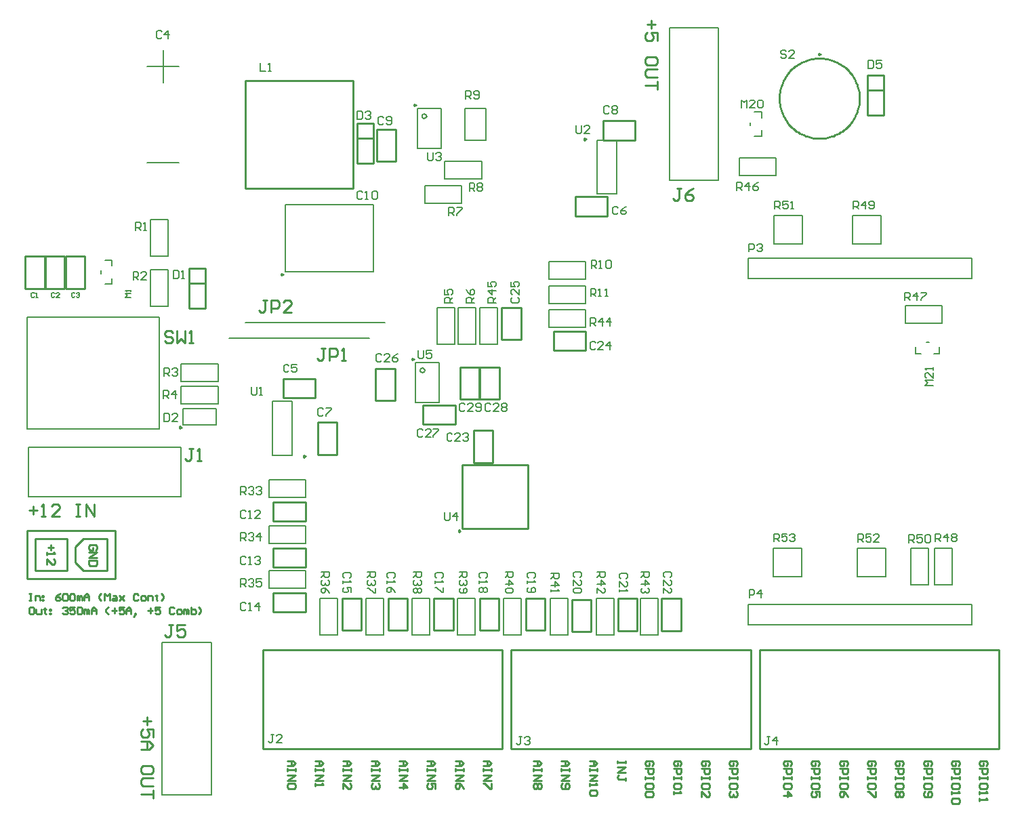
<source format=gto>
G04*
G04 #@! TF.GenerationSoftware,Altium Limited,Altium Designer,20.2.6 (244)*
G04*
G04 Layer_Color=65535*
%FSLAX25Y25*%
%MOIN*%
G70*
G04*
G04 #@! TF.SameCoordinates,C2834271-33A1-44EC-96ED-C6C83E4A5B3B*
G04*
G04*
G04 #@! TF.FilePolarity,Positive*
G04*
G01*
G75*
%ADD10C,0.00984*%
%ADD11C,0.01000*%
%ADD12C,0.00787*%
D10*
X144783Y174311D02*
X144045Y174737D01*
Y173885D01*
X144783Y174311D01*
X282776Y330315D02*
X282037Y330741D01*
Y329889D01*
X282776Y330315D01*
X133760Y263779D02*
X133022Y264206D01*
Y263353D01*
X133760Y263779D01*
X398130Y372047D02*
X397392Y372473D01*
Y371621D01*
X398130Y372047D01*
X83760Y188583D02*
X83022Y189009D01*
Y188156D01*
X83760Y188583D01*
X199114Y347047D02*
X198376Y347474D01*
Y346621D01*
X199114Y347047D01*
X198130Y222047D02*
X197392Y222473D01*
Y221621D01*
X198130Y222047D01*
X220965Y137598D02*
X220226Y138025D01*
Y137172D01*
X220965Y137598D01*
D11*
X417323Y350394D02*
X417298Y351391D01*
X417222Y352385D01*
X417096Y353375D01*
X416920Y354356D01*
X416694Y355328D01*
X416420Y356287D01*
X416097Y357230D01*
X415728Y358157D01*
X415311Y359063D01*
X414849Y359947D01*
X414343Y360806D01*
X413795Y361639D01*
X413204Y362443D01*
X412574Y363216D01*
X411905Y363956D01*
X411200Y364661D01*
X410460Y365330D01*
X409687Y365960D01*
X408883Y366550D01*
X408050Y367099D01*
X407191Y367605D01*
X406307Y368067D01*
X405401Y368483D01*
X404474Y368853D01*
X403531Y369176D01*
X402572Y369450D01*
X401600Y369676D01*
X400619Y369852D01*
X399629Y369978D01*
X398635Y370054D01*
X397638Y370079D01*
X396641Y370054D01*
X395646Y369978D01*
X394657Y369852D01*
X393675Y369676D01*
X392704Y369450D01*
X391745Y369176D01*
X390801Y368853D01*
X389875Y368483D01*
X388969Y368067D01*
X388085Y367605D01*
X387225Y367099D01*
X386392Y366550D01*
X385589Y365960D01*
X384816Y365330D01*
X384075Y364661D01*
X383370Y363956D01*
X382702Y363216D01*
X382071Y362443D01*
X381481Y361639D01*
X380932Y360806D01*
X380426Y359947D01*
X379964Y359063D01*
X379548Y358157D01*
X379178Y357230D01*
X378855Y356287D01*
X378581Y355328D01*
X378356Y354356D01*
X378180Y353375D01*
X378054Y352385D01*
X377978Y351391D01*
X377953Y350394D01*
X377978Y349397D01*
X378054Y348402D01*
X378180Y347413D01*
X378356Y346431D01*
X378581Y345460D01*
X378855Y344501D01*
X379178Y343557D01*
X379548Y342631D01*
X379964Y341724D01*
X380426Y340841D01*
X380932Y339981D01*
X381481Y339148D01*
X382071Y338344D01*
X382702Y337571D01*
X383370Y336831D01*
X384075Y336126D01*
X384816Y335457D01*
X385589Y334827D01*
X386392Y334237D01*
X387225Y333688D01*
X388085Y333182D01*
X388969Y332720D01*
X389875Y332304D01*
X390801Y331934D01*
X391745Y331611D01*
X392704Y331337D01*
X393675Y331112D01*
X394657Y330936D01*
X395646Y330810D01*
X396641Y330734D01*
X397638Y330709D01*
X398635Y330734D01*
X399629Y330810D01*
X400619Y330936D01*
X401600Y331112D01*
X402572Y331337D01*
X403531Y331611D01*
X404475Y331934D01*
X405401Y332304D01*
X406307Y332720D01*
X407191Y333182D01*
X408050Y333688D01*
X408883Y334237D01*
X409687Y334827D01*
X410460Y335458D01*
X411200Y336126D01*
X411905Y336831D01*
X412574Y337572D01*
X413204Y338344D01*
X413795Y339148D01*
X414343Y339981D01*
X414849Y340841D01*
X415311Y341725D01*
X415728Y342631D01*
X416097Y343557D01*
X416420Y344501D01*
X416694Y345460D01*
X416920Y346431D01*
X417096Y347413D01*
X417222Y348402D01*
X417298Y349397D01*
X417323Y350394D01*
X115157Y306102D02*
X168307D01*
X115157D02*
Y359252D01*
X168307D01*
Y306102D02*
Y359252D01*
X230315Y202362D02*
Y218110D01*
X220866Y202362D02*
X230315D01*
X220866D02*
Y218110D01*
X230315D01*
X240158Y202362D02*
Y218110D01*
X230709Y202362D02*
X240158D01*
X230709D02*
Y218110D01*
X240158D01*
X485827Y30315D02*
Y79134D01*
X368110Y30315D02*
X485827D01*
X368110D02*
Y79134D01*
X485827D01*
X241732Y30315D02*
Y79134D01*
X124016Y30315D02*
X241732D01*
X124016D02*
Y79134D01*
X241732D01*
X363779Y30315D02*
Y79134D01*
X246063Y30315D02*
X363779D01*
X246063D02*
Y79134D01*
X363779D01*
X31496Y129921D02*
X35433Y133858D01*
X47244D01*
Y118110D02*
Y133858D01*
X35433Y118110D02*
X47244D01*
X31496Y122047D02*
X35433Y118110D01*
X31496Y122047D02*
Y129921D01*
X11811Y133858D02*
X27559D01*
Y118110D02*
Y133858D01*
X11811Y118110D02*
X27559D01*
X11811D02*
Y133858D01*
X7874Y137795D02*
X51181D01*
Y114173D02*
Y137795D01*
X7874Y114173D02*
X51181D01*
X7874D02*
Y137795D01*
X16929Y256890D02*
Y272638D01*
X26378D01*
Y256890D02*
Y272638D01*
X16929Y256890D02*
X26378D01*
X133858Y212402D02*
X149606D01*
Y202953D02*
Y212402D01*
X133858Y202953D02*
X149606D01*
X133858D02*
Y212402D01*
X277559Y292520D02*
X293307D01*
X277559D02*
Y301969D01*
X293307D01*
Y292520D02*
Y301969D01*
X150787Y175197D02*
Y190945D01*
X160236D01*
Y175197D02*
Y190945D01*
X150787Y175197D02*
X160236D01*
X291339Y339370D02*
X307087D01*
Y329921D02*
Y339370D01*
X291339Y329921D02*
X307087D01*
X291339D02*
Y339370D01*
X129027Y151829D02*
X144776D01*
Y142380D02*
Y151829D01*
X129027Y142380D02*
X144776D01*
X129027D02*
Y151829D01*
Y129258D02*
X144776D01*
Y119809D02*
Y129258D01*
X129027Y119809D02*
X144776D01*
X129027D02*
Y129258D01*
Y107087D02*
X144776D01*
Y97638D02*
Y107087D01*
X129027Y97638D02*
X144776D01*
X129027D02*
Y107087D01*
X162865Y88673D02*
Y104421D01*
X172314D01*
Y88673D02*
Y104421D01*
X162865Y88673D02*
X172314D01*
X185436Y88673D02*
Y104421D01*
X194885D01*
Y88673D02*
Y104421D01*
X185436Y88673D02*
X194885D01*
X208007D02*
Y104421D01*
X217456D01*
Y88673D02*
Y104421D01*
X208007Y88673D02*
X217456D01*
X230578Y88673D02*
Y104421D01*
X240027D01*
Y88673D02*
Y104421D01*
X230578Y88673D02*
X240027D01*
X253150Y88673D02*
Y104421D01*
X262598D01*
Y88673D02*
Y104421D01*
X253150Y88673D02*
X262598D01*
X275787Y88189D02*
Y103937D01*
X285236D01*
Y88189D02*
Y103937D01*
X275787Y88189D02*
X285236D01*
X298425Y88583D02*
Y104331D01*
X307874D01*
Y88583D02*
Y104331D01*
X298425Y88583D02*
X307874D01*
X320079D02*
Y104331D01*
X329527D01*
Y88583D02*
Y104331D01*
X320079Y88583D02*
X329527D01*
X227559Y171260D02*
Y187008D01*
X237008D01*
Y171260D02*
Y187008D01*
X227559Y171260D02*
X237008D01*
X266823Y226378D02*
X282571D01*
X266823D02*
Y235827D01*
X282571D01*
Y226378D02*
Y235827D01*
X250787Y231693D02*
Y247441D01*
X241339Y231693D02*
X250787D01*
X241339D02*
Y247441D01*
X250787D01*
X179331Y201772D02*
Y217520D01*
X188779D01*
Y201772D02*
Y217520D01*
X179331Y201772D02*
X188779D01*
X202756Y199606D02*
X218504D01*
Y190157D02*
Y199606D01*
X202756Y190157D02*
X218504D01*
X202756D02*
Y199606D01*
X7087Y256890D02*
Y272638D01*
X16535D01*
Y256890D02*
Y272638D01*
X7087Y256890D02*
X16535D01*
X26772D02*
Y272638D01*
X36220D01*
Y256890D02*
Y272638D01*
X26772Y256890D02*
X36220D01*
X179921Y319291D02*
Y335039D01*
X189370D01*
Y319291D02*
Y335039D01*
X179921Y319291D02*
X189370D01*
X87992Y259449D02*
X95079D01*
X87598Y266929D02*
X95472D01*
Y247244D02*
Y266929D01*
X87598Y247244D02*
X95472D01*
X87598D02*
Y266929D01*
X170669Y330709D02*
X177756D01*
X170276Y338189D02*
X178150D01*
Y318504D02*
Y338189D01*
X170276Y318504D02*
X178150D01*
X170276D02*
Y338189D01*
X421654Y354331D02*
X428740D01*
X421260Y361811D02*
X429134D01*
Y342126D02*
Y361811D01*
X421260Y342126D02*
X429134D01*
X421260D02*
Y361811D01*
X222047Y138779D02*
X254331D01*
Y170276D01*
X222047D02*
X254331D01*
X222047Y138779D02*
Y170276D01*
X8874Y106862D02*
X10055D01*
X9464D01*
Y103320D01*
X8874D01*
X10055D01*
X11826D02*
Y105681D01*
X13597D01*
X14187Y105091D01*
Y103320D01*
X15368Y105681D02*
X15958D01*
Y105091D01*
X15368D01*
Y105681D01*
Y103910D02*
X15958D01*
Y103320D01*
X15368D01*
Y103910D01*
X24223Y106862D02*
X23043Y106271D01*
X21862Y105091D01*
Y103910D01*
X22452Y103320D01*
X23633D01*
X24223Y103910D01*
Y104500D01*
X23633Y105091D01*
X21862D01*
X25404Y106271D02*
X25995Y106862D01*
X27175D01*
X27766Y106271D01*
Y103910D01*
X27175Y103320D01*
X25995D01*
X25404Y103910D01*
Y106271D01*
X28946D02*
X29537Y106862D01*
X30717D01*
X31308Y106271D01*
Y103910D01*
X30717Y103320D01*
X29537D01*
X28946Y103910D01*
Y106271D01*
X32488Y103320D02*
Y105681D01*
X33079D01*
X33669Y105091D01*
Y103320D01*
Y105091D01*
X34260Y105681D01*
X34850Y105091D01*
Y103320D01*
X36031D02*
Y105681D01*
X37211Y106862D01*
X38392Y105681D01*
Y103320D01*
Y105091D01*
X36031D01*
X44296Y103320D02*
X43115Y104500D01*
Y105681D01*
X44296Y106862D01*
X46067Y103320D02*
Y106862D01*
X47247Y105681D01*
X48428Y106862D01*
Y103320D01*
X50199Y105681D02*
X51380D01*
X51970Y105091D01*
Y103320D01*
X50199D01*
X49609Y103910D01*
X50199Y104500D01*
X51970D01*
X53151Y105681D02*
X55512Y103320D01*
X54332Y104500D01*
X55512Y105681D01*
X53151Y103320D01*
X62597Y106271D02*
X62006Y106862D01*
X60826D01*
X60235Y106271D01*
Y103910D01*
X60826Y103320D01*
X62006D01*
X62597Y103910D01*
X64368Y103320D02*
X65549D01*
X66139Y103910D01*
Y105091D01*
X65549Y105681D01*
X64368D01*
X63778Y105091D01*
Y103910D01*
X64368Y103320D01*
X67320D02*
Y105681D01*
X69091D01*
X69681Y105091D01*
Y103320D01*
X71452Y106271D02*
Y105681D01*
X70862D01*
X72043D01*
X71452D01*
Y103910D01*
X72043Y103320D01*
X73814D02*
X74994Y104500D01*
Y105681D01*
X73814Y106862D01*
X10645Y100211D02*
X9464D01*
X8874Y99621D01*
Y97259D01*
X9464Y96669D01*
X10645D01*
X11236Y97259D01*
Y99621D01*
X10645Y100211D01*
X12416Y99030D02*
Y97259D01*
X13006Y96669D01*
X14778D01*
Y99030D01*
X16549Y99621D02*
Y99030D01*
X15958D01*
X17139D01*
X16549D01*
Y97259D01*
X17139Y96669D01*
X18910Y99030D02*
X19500D01*
Y98440D01*
X18910D01*
Y99030D01*
Y97259D02*
X19500D01*
Y96669D01*
X18910D01*
Y97259D01*
X25404Y99621D02*
X25995Y100211D01*
X27175D01*
X27766Y99621D01*
Y99030D01*
X27175Y98440D01*
X26585D01*
X27175D01*
X27766Y97850D01*
Y97259D01*
X27175Y96669D01*
X25995D01*
X25404Y97259D01*
X31308Y100211D02*
X28946D01*
Y98440D01*
X30127Y99030D01*
X30717D01*
X31308Y98440D01*
Y97259D01*
X30717Y96669D01*
X29537D01*
X28946Y97259D01*
X32488Y99621D02*
X33079Y100211D01*
X34260D01*
X34850Y99621D01*
Y97259D01*
X34260Y96669D01*
X33079D01*
X32488Y97259D01*
Y99621D01*
X36031Y96669D02*
Y99030D01*
X36621D01*
X37211Y98440D01*
Y96669D01*
Y98440D01*
X37802Y99030D01*
X38392Y98440D01*
Y96669D01*
X39573D02*
Y99030D01*
X40753Y100211D01*
X41934Y99030D01*
Y96669D01*
Y98440D01*
X39573D01*
X47838Y96669D02*
X46657Y97850D01*
Y99030D01*
X47838Y100211D01*
X49609Y98440D02*
X51970D01*
X50790Y99621D02*
Y97259D01*
X55512Y100211D02*
X53151D01*
Y98440D01*
X54332Y99030D01*
X54922D01*
X55512Y98440D01*
Y97259D01*
X54922Y96669D01*
X53741D01*
X53151Y97259D01*
X56693Y96669D02*
Y99030D01*
X57874Y100211D01*
X59055Y99030D01*
Y96669D01*
Y98440D01*
X56693D01*
X60826Y96078D02*
X61416Y96669D01*
Y97259D01*
X60826D01*
Y96669D01*
X61416D01*
X60826Y96078D01*
X60235Y95488D01*
X67320Y98440D02*
X69681D01*
X68500Y99621D02*
Y97259D01*
X73223Y100211D02*
X70862D01*
Y98440D01*
X72043Y99030D01*
X72633D01*
X73223Y98440D01*
Y97259D01*
X72633Y96669D01*
X71452D01*
X70862Y97259D01*
X80308Y99621D02*
X79717Y100211D01*
X78536D01*
X77946Y99621D01*
Y97259D01*
X78536Y96669D01*
X79717D01*
X80308Y97259D01*
X82079Y96669D02*
X83259D01*
X83850Y97259D01*
Y98440D01*
X83259Y99030D01*
X82079D01*
X81488Y98440D01*
Y97259D01*
X82079Y96669D01*
X85031D02*
Y99030D01*
X85621D01*
X86211Y98440D01*
Y96669D01*
Y98440D01*
X86801Y99030D01*
X87392Y98440D01*
Y96669D01*
X88573Y100211D02*
Y96669D01*
X90344D01*
X90934Y97259D01*
Y97850D01*
Y98440D01*
X90344Y99030D01*
X88573D01*
X92115Y96669D02*
X93296Y97850D01*
Y99030D01*
X92115Y100211D01*
X383217Y21967D02*
X383873Y22623D01*
Y23935D01*
X383217Y24590D01*
X380593D01*
X379937Y23935D01*
Y22623D01*
X380593Y21967D01*
X381905D01*
Y23279D01*
X379937Y20655D02*
X383873D01*
Y18687D01*
X383217Y18031D01*
X381905D01*
X381249Y18687D01*
Y20655D01*
X383873Y16719D02*
Y15407D01*
Y16063D01*
X379937D01*
Y16719D01*
Y15407D01*
X383873Y11471D02*
Y12783D01*
X383217Y13439D01*
X380593D01*
X379937Y12783D01*
Y11471D01*
X380593Y10815D01*
X383217D01*
X383873Y11471D01*
X379937Y7536D02*
X383873D01*
X381905Y9504D01*
Y6880D01*
X396996Y21967D02*
X397652Y22623D01*
Y23935D01*
X396996Y24590D01*
X394373D01*
X393717Y23935D01*
Y22623D01*
X394373Y21967D01*
X395684D01*
Y23279D01*
X393717Y20655D02*
X397652D01*
Y18687D01*
X396996Y18031D01*
X395684D01*
X395028Y18687D01*
Y20655D01*
X397652Y16719D02*
Y15407D01*
Y16063D01*
X393717D01*
Y16719D01*
Y15407D01*
X397652Y11471D02*
Y12783D01*
X396996Y13439D01*
X394373D01*
X393717Y12783D01*
Y11471D01*
X394373Y10815D01*
X396996D01*
X397652Y11471D01*
Y6880D02*
Y9504D01*
X395684D01*
X396340Y8192D01*
Y7536D01*
X395684Y6880D01*
X394373D01*
X393717Y7536D01*
Y8848D01*
X394373Y9504D01*
X410776Y21967D02*
X411432Y22623D01*
Y23935D01*
X410776Y24590D01*
X408152D01*
X407496Y23935D01*
Y22623D01*
X408152Y21967D01*
X409464D01*
Y23279D01*
X407496Y20655D02*
X411432D01*
Y18687D01*
X410776Y18031D01*
X409464D01*
X408808Y18687D01*
Y20655D01*
X411432Y16719D02*
Y15407D01*
Y16063D01*
X407496D01*
Y16719D01*
Y15407D01*
X411432Y11471D02*
Y12783D01*
X410776Y13439D01*
X408152D01*
X407496Y12783D01*
Y11471D01*
X408152Y10815D01*
X410776D01*
X411432Y11471D01*
Y6880D02*
X410776Y8192D01*
X409464Y9504D01*
X408152D01*
X407496Y8848D01*
Y7536D01*
X408152Y6880D01*
X408808D01*
X409464Y7536D01*
Y9504D01*
X424555Y21967D02*
X425211Y22623D01*
Y23935D01*
X424555Y24590D01*
X421932D01*
X421276Y23935D01*
Y22623D01*
X421932Y21967D01*
X423244D01*
Y23279D01*
X421276Y20655D02*
X425211D01*
Y18687D01*
X424555Y18031D01*
X423244D01*
X422587Y18687D01*
Y20655D01*
X425211Y16719D02*
Y15407D01*
Y16063D01*
X421276D01*
Y16719D01*
Y15407D01*
X425211Y11471D02*
Y12783D01*
X424555Y13439D01*
X421932D01*
X421276Y12783D01*
Y11471D01*
X421932Y10815D01*
X424555D01*
X425211Y11471D01*
Y9504D02*
Y6880D01*
X424555D01*
X421932Y9504D01*
X421276D01*
X438335Y21967D02*
X438991Y22623D01*
Y23935D01*
X438335Y24590D01*
X435711D01*
X435055Y23935D01*
Y22623D01*
X435711Y21967D01*
X437023D01*
Y23279D01*
X435055Y20655D02*
X438991D01*
Y18687D01*
X438335Y18031D01*
X437023D01*
X436367Y18687D01*
Y20655D01*
X438991Y16719D02*
Y15407D01*
Y16063D01*
X435055D01*
Y16719D01*
Y15407D01*
X438991Y11471D02*
Y12783D01*
X438335Y13439D01*
X435711D01*
X435055Y12783D01*
Y11471D01*
X435711Y10815D01*
X438335D01*
X438991Y11471D01*
X438335Y9504D02*
X438991Y8848D01*
Y7536D01*
X438335Y6880D01*
X437679D01*
X437023Y7536D01*
X436367Y6880D01*
X435711D01*
X435055Y7536D01*
Y8848D01*
X435711Y9504D01*
X436367D01*
X437023Y8848D01*
X437679Y9504D01*
X438335D01*
X437023Y8848D02*
Y7536D01*
X452114Y21967D02*
X452770Y22623D01*
Y23935D01*
X452114Y24590D01*
X449491D01*
X448835Y23935D01*
Y22623D01*
X449491Y21967D01*
X450803D01*
Y23279D01*
X448835Y20655D02*
X452770D01*
Y18687D01*
X452114Y18031D01*
X450803D01*
X450147Y18687D01*
Y20655D01*
X452770Y16719D02*
Y15407D01*
Y16063D01*
X448835D01*
Y16719D01*
Y15407D01*
X452770Y11471D02*
Y12783D01*
X452114Y13439D01*
X449491D01*
X448835Y12783D01*
Y11471D01*
X449491Y10815D01*
X452114D01*
X452770Y11471D01*
X449491Y9504D02*
X448835Y8848D01*
Y7536D01*
X449491Y6880D01*
X452114D01*
X452770Y7536D01*
Y8848D01*
X452114Y9504D01*
X451459D01*
X450803Y8848D01*
Y6880D01*
X465894Y21967D02*
X466550Y22623D01*
Y23935D01*
X465894Y24590D01*
X463270D01*
X462614Y23935D01*
Y22623D01*
X463270Y21967D01*
X464582D01*
Y23279D01*
X462614Y20655D02*
X466550D01*
Y18687D01*
X465894Y18031D01*
X464582D01*
X463926Y18687D01*
Y20655D01*
X466550Y16719D02*
Y15407D01*
Y16063D01*
X462614D01*
Y16719D01*
Y15407D01*
X466550Y11471D02*
Y12783D01*
X465894Y13439D01*
X463270D01*
X462614Y12783D01*
Y11471D01*
X463270Y10815D01*
X465894D01*
X466550Y11471D01*
X462614Y9504D02*
Y8192D01*
Y8848D01*
X466550D01*
X465894Y9504D01*
Y6224D02*
X466550Y5568D01*
Y4256D01*
X465894Y3600D01*
X463270D01*
X462614Y4256D01*
Y5568D01*
X463270Y6224D01*
X465894D01*
X479673Y21967D02*
X480329Y22623D01*
Y23935D01*
X479673Y24590D01*
X477050D01*
X476394Y23935D01*
Y22623D01*
X477050Y21967D01*
X478362D01*
Y23279D01*
X476394Y20655D02*
X480329D01*
Y18687D01*
X479673Y18031D01*
X478362D01*
X477706Y18687D01*
Y20655D01*
X480329Y16719D02*
Y15407D01*
Y16063D01*
X476394D01*
Y16719D01*
Y15407D01*
X480329Y11471D02*
Y12783D01*
X479673Y13439D01*
X477050D01*
X476394Y12783D01*
Y11471D01*
X477050Y10815D01*
X479673D01*
X480329Y11471D01*
X476394Y9504D02*
Y8192D01*
Y8848D01*
X480329D01*
X479673Y9504D01*
X476394Y6224D02*
Y4912D01*
Y5568D01*
X480329D01*
X479673Y6224D01*
X256906Y24590D02*
X259529D01*
X260841Y23279D01*
X259529Y21967D01*
X256906D01*
X258873D01*
Y24590D01*
X260841Y20655D02*
Y19343D01*
Y19999D01*
X256906D01*
Y20655D01*
Y19343D01*
Y17375D02*
X260841D01*
X256906Y14751D01*
X260841D01*
X260185Y13439D02*
X260841Y12783D01*
Y11471D01*
X260185Y10815D01*
X259529D01*
X258873Y11471D01*
X258217Y10815D01*
X257561D01*
X256906Y11471D01*
Y12783D01*
X257561Y13439D01*
X258217D01*
X258873Y12783D01*
X259529Y13439D01*
X260185D01*
X258873Y12783D02*
Y11471D01*
X270685Y24590D02*
X273309D01*
X274621Y23279D01*
X273309Y21967D01*
X270685D01*
X272653D01*
Y24590D01*
X274621Y20655D02*
Y19343D01*
Y19999D01*
X270685D01*
Y20655D01*
Y19343D01*
Y17375D02*
X274621D01*
X270685Y14751D01*
X274621D01*
X271341Y13439D02*
X270685Y12783D01*
Y11471D01*
X271341Y10815D01*
X273965D01*
X274621Y11471D01*
Y12783D01*
X273965Y13439D01*
X273309D01*
X272653Y12783D01*
Y10815D01*
X284465Y24590D02*
X287088D01*
X288400Y23279D01*
X287088Y21967D01*
X284465D01*
X286432D01*
Y24590D01*
X288400Y20655D02*
Y19343D01*
Y19999D01*
X284465D01*
Y20655D01*
Y19343D01*
Y17375D02*
X288400D01*
X284465Y14751D01*
X288400D01*
X284465Y13439D02*
Y12127D01*
Y12783D01*
X288400D01*
X287744Y13439D01*
Y10159D02*
X288400Y9504D01*
Y8192D01*
X287744Y7536D01*
X285121D01*
X284465Y8192D01*
Y9504D01*
X285121Y10159D01*
X287744D01*
X302180Y24590D02*
Y23279D01*
Y23935D01*
X298244D01*
Y24590D01*
Y23279D01*
Y21311D02*
X302180D01*
X298244Y18687D01*
X302180D01*
Y14751D02*
Y16063D01*
Y15407D01*
X298900D01*
X298244Y16063D01*
Y16719D01*
X298900Y17375D01*
X315303Y21967D02*
X315959Y22623D01*
Y23935D01*
X315303Y24590D01*
X312680D01*
X312024Y23935D01*
Y22623D01*
X312680Y21967D01*
X313991D01*
Y23279D01*
X312024Y20655D02*
X315959D01*
Y18687D01*
X315303Y18031D01*
X313991D01*
X313335Y18687D01*
Y20655D01*
X315959Y16719D02*
Y15407D01*
Y16063D01*
X312024D01*
Y16719D01*
Y15407D01*
X315959Y11471D02*
Y12783D01*
X315303Y13439D01*
X312680D01*
X312024Y12783D01*
Y11471D01*
X312680Y10815D01*
X315303D01*
X315959Y11471D01*
X315303Y9504D02*
X315959Y8848D01*
Y7536D01*
X315303Y6880D01*
X312680D01*
X312024Y7536D01*
Y8848D01*
X312680Y9504D01*
X315303D01*
X329083Y21967D02*
X329739Y22623D01*
Y23935D01*
X329083Y24590D01*
X326459D01*
X325803Y23935D01*
Y22623D01*
X326459Y21967D01*
X327771D01*
Y23279D01*
X325803Y20655D02*
X329739D01*
Y18687D01*
X329083Y18031D01*
X327771D01*
X327115Y18687D01*
Y20655D01*
X329739Y16719D02*
Y15407D01*
Y16063D01*
X325803D01*
Y16719D01*
Y15407D01*
X329739Y11471D02*
Y12783D01*
X329083Y13439D01*
X326459D01*
X325803Y12783D01*
Y11471D01*
X326459Y10815D01*
X329083D01*
X329739Y11471D01*
X325803Y9504D02*
Y8192D01*
Y8848D01*
X329739D01*
X329083Y9504D01*
X342862Y21967D02*
X343518Y22623D01*
Y23935D01*
X342862Y24590D01*
X340239D01*
X339583Y23935D01*
Y22623D01*
X340239Y21967D01*
X341550D01*
Y23279D01*
X339583Y20655D02*
X343518D01*
Y18687D01*
X342862Y18031D01*
X341550D01*
X340895Y18687D01*
Y20655D01*
X343518Y16719D02*
Y15407D01*
Y16063D01*
X339583D01*
Y16719D01*
Y15407D01*
X343518Y11471D02*
Y12783D01*
X342862Y13439D01*
X340239D01*
X339583Y12783D01*
Y11471D01*
X340239Y10815D01*
X342862D01*
X343518Y11471D01*
X339583Y6880D02*
Y9504D01*
X342207Y6880D01*
X342862D01*
X343518Y7536D01*
Y8848D01*
X342862Y9504D01*
X356642Y21967D02*
X357298Y22623D01*
Y23935D01*
X356642Y24590D01*
X354018D01*
X353362Y23935D01*
Y22623D01*
X354018Y21967D01*
X355330D01*
Y23279D01*
X353362Y20655D02*
X357298D01*
Y18687D01*
X356642Y18031D01*
X355330D01*
X354674Y18687D01*
Y20655D01*
X357298Y16719D02*
Y15407D01*
Y16063D01*
X353362D01*
Y16719D01*
Y15407D01*
X357298Y11471D02*
Y12783D01*
X356642Y13439D01*
X354018D01*
X353362Y12783D01*
Y11471D01*
X354018Y10815D01*
X356642D01*
X357298Y11471D01*
X356642Y9504D02*
X357298Y8848D01*
Y7536D01*
X356642Y6880D01*
X355986D01*
X355330Y7536D01*
Y8192D01*
Y7536D01*
X354674Y6880D01*
X354018D01*
X353362Y7536D01*
Y8848D01*
X354018Y9504D01*
X232299Y24590D02*
X234923D01*
X236235Y23279D01*
X234923Y21967D01*
X232299D01*
X234267D01*
Y24590D01*
X236235Y20655D02*
Y19343D01*
Y19999D01*
X232299D01*
Y20655D01*
Y19343D01*
Y17375D02*
X236235D01*
X232299Y14751D01*
X236235D01*
Y13439D02*
Y10815D01*
X235579D01*
X232955Y13439D01*
X232299D01*
X218520Y24590D02*
X221144D01*
X222455Y23279D01*
X221144Y21967D01*
X218520D01*
X220487D01*
Y24590D01*
X222455Y20655D02*
Y19343D01*
Y19999D01*
X218520D01*
Y20655D01*
Y19343D01*
Y17375D02*
X222455D01*
X218520Y14751D01*
X222455D01*
Y10815D02*
X221799Y12127D01*
X220487Y13439D01*
X219176D01*
X218520Y12783D01*
Y11471D01*
X219176Y10815D01*
X219832D01*
X220487Y11471D01*
Y13439D01*
X204740Y24590D02*
X207364D01*
X208676Y23279D01*
X207364Y21967D01*
X204740D01*
X206708D01*
Y24590D01*
X208676Y20655D02*
Y19343D01*
Y19999D01*
X204740D01*
Y20655D01*
Y19343D01*
Y17375D02*
X208676D01*
X204740Y14751D01*
X208676D01*
Y10815D02*
Y13439D01*
X206708D01*
X207364Y12127D01*
Y11471D01*
X206708Y10815D01*
X205396D01*
X204740Y11471D01*
Y12783D01*
X205396Y13439D01*
X190961Y24590D02*
X193584D01*
X194896Y23279D01*
X193584Y21967D01*
X190961D01*
X192929D01*
Y24590D01*
X194896Y20655D02*
Y19343D01*
Y19999D01*
X190961D01*
Y20655D01*
Y19343D01*
Y17375D02*
X194896D01*
X190961Y14751D01*
X194896D01*
X190961Y11471D02*
X194896D01*
X192929Y13439D01*
Y10815D01*
X177181Y24590D02*
X179805D01*
X181117Y23279D01*
X179805Y21967D01*
X177181D01*
X179149D01*
Y24590D01*
X181117Y20655D02*
Y19343D01*
Y19999D01*
X177181D01*
Y20655D01*
Y19343D01*
Y17375D02*
X181117D01*
X177181Y14751D01*
X181117D01*
X180461Y13439D02*
X181117Y12783D01*
Y11471D01*
X180461Y10815D01*
X179805D01*
X179149Y11471D01*
Y12127D01*
Y11471D01*
X178493Y10815D01*
X177837D01*
X177181Y11471D01*
Y12783D01*
X177837Y13439D01*
X163402Y24590D02*
X166025D01*
X167337Y23279D01*
X166025Y21967D01*
X163402D01*
X165369D01*
Y24590D01*
X167337Y20655D02*
Y19343D01*
Y19999D01*
X163402D01*
Y20655D01*
Y19343D01*
Y17375D02*
X167337D01*
X163402Y14751D01*
X167337D01*
X163402Y10815D02*
Y13439D01*
X166025Y10815D01*
X166681D01*
X167337Y11471D01*
Y12783D01*
X166681Y13439D01*
X149622Y24590D02*
X152246D01*
X153558Y23279D01*
X152246Y21967D01*
X149622D01*
X151590D01*
Y24590D01*
X153558Y20655D02*
Y19343D01*
Y19999D01*
X149622D01*
Y20655D01*
Y19343D01*
Y17375D02*
X153558D01*
X149622Y14751D01*
X153558D01*
X149622Y13439D02*
Y12127D01*
Y12783D01*
X153558D01*
X152902Y13439D01*
X135843Y24590D02*
X138466D01*
X139778Y23279D01*
X138466Y21967D01*
X135843D01*
X137810D01*
Y24590D01*
X139778Y20655D02*
Y19343D01*
Y19999D01*
X135843D01*
Y20655D01*
Y19343D01*
Y17375D02*
X139778D01*
X135843Y14751D01*
X139778D01*
X139122Y13439D02*
X139778Y12783D01*
Y11471D01*
X139122Y10815D01*
X136498D01*
X135843Y11471D01*
Y12783D01*
X136498Y13439D01*
X139122D01*
X315023Y388764D02*
Y384765D01*
X317022Y386764D02*
X313023D01*
X318022Y378767D02*
Y382766D01*
X315023D01*
X316022Y380766D01*
Y379767D01*
X315023Y378767D01*
X313023D01*
X312024Y379767D01*
Y381766D01*
X313023Y382766D01*
X318022Y367771D02*
Y369770D01*
X317022Y370770D01*
X313023D01*
X312024Y369770D01*
Y367771D01*
X313023Y366771D01*
X317022D01*
X318022Y367771D01*
Y364772D02*
X313023D01*
X312024Y363772D01*
Y361772D01*
X313023Y360773D01*
X318022D01*
Y358773D02*
Y354775D01*
Y356774D01*
X312024D01*
X66991Y46244D02*
Y42245D01*
X68990Y44245D02*
X64992D01*
X69990Y36247D02*
Y40246D01*
X66991D01*
X67991Y38247D01*
Y37247D01*
X66991Y36247D01*
X64992D01*
X63992Y37247D01*
Y39246D01*
X64992Y40246D01*
X63992Y34248D02*
X67991D01*
X69990Y32249D01*
X67991Y30249D01*
X63992D01*
X66991D01*
Y34248D01*
X69990Y19253D02*
Y21252D01*
X68990Y22252D01*
X64992D01*
X63992Y21252D01*
Y19253D01*
X64992Y18253D01*
X68990D01*
X69990Y19253D01*
Y16254D02*
X64992D01*
X63992Y15254D01*
Y13255D01*
X64992Y12255D01*
X69990D01*
Y10256D02*
Y6257D01*
Y8256D01*
X63992D01*
X41681Y128266D02*
X42337Y128922D01*
Y130234D01*
X41681Y130890D01*
X39057D01*
X38402Y130234D01*
Y128922D01*
X39057Y128266D01*
X40369D01*
Y129578D01*
X38402Y126954D02*
X42337D01*
X38402Y124330D01*
X42337D01*
Y123018D02*
X38402D01*
Y121050D01*
X39057Y120395D01*
X41681D01*
X42337Y121050D01*
Y123018D01*
X19700Y130890D02*
Y128266D01*
X21012Y129578D02*
X18388D01*
X17732Y126954D02*
Y125642D01*
Y126298D01*
X21668D01*
X21012Y126954D01*
X17732Y121050D02*
Y123674D01*
X20356Y121050D01*
X21012D01*
X21668Y121706D01*
Y123018D01*
X21012Y123674D01*
X8874Y147700D02*
X12873D01*
X10873Y149699D02*
Y145701D01*
X14872Y144701D02*
X16871D01*
X15872D01*
Y150699D01*
X14872Y149699D01*
X23869Y144701D02*
X19871D01*
X23869Y148699D01*
Y149699D01*
X22870Y150699D01*
X20870D01*
X19871Y149699D01*
X31867Y150699D02*
X33866D01*
X32866D01*
Y144701D01*
X31867D01*
X33866D01*
X36865D02*
Y150699D01*
X40864Y144701D01*
Y150699D01*
X125923Y251030D02*
X123923D01*
X124923D01*
Y246032D01*
X123923Y245033D01*
X122924D01*
X121924Y246032D01*
X127922Y245033D02*
Y251030D01*
X130921D01*
X131921Y250031D01*
Y248031D01*
X130921Y247032D01*
X127922D01*
X137919Y245033D02*
X133920D01*
X137919Y249031D01*
Y250031D01*
X136919Y251030D01*
X134920D01*
X133920Y250031D01*
X154481Y227409D02*
X152482D01*
X153482D01*
Y222410D01*
X152482Y221410D01*
X151482D01*
X150483Y222410D01*
X156481Y221410D02*
Y227409D01*
X159480D01*
X160479Y226409D01*
Y224410D01*
X159480Y223410D01*
X156481D01*
X162479Y221410D02*
X164478D01*
X163478D01*
Y227409D01*
X162479Y226409D01*
X329709Y306149D02*
X327710D01*
X328709D01*
Y301150D01*
X327710Y300151D01*
X326710D01*
X325710Y301150D01*
X335707Y306149D02*
X333708Y305149D01*
X331708Y303150D01*
Y301150D01*
X332708Y300151D01*
X334707D01*
X335707Y301150D01*
Y302150D01*
X334707Y303150D01*
X331708D01*
X79709Y91582D02*
X77710D01*
X78709D01*
Y86583D01*
X77710Y85584D01*
X76710D01*
X75710Y86583D01*
X85707Y91582D02*
X81708D01*
Y88583D01*
X83708Y89582D01*
X84707D01*
X85707Y88583D01*
Y86583D01*
X84707Y85584D01*
X82708D01*
X81708Y86583D01*
X89567Y178196D02*
X87568D01*
X88567D01*
Y173197D01*
X87568Y172198D01*
X86568D01*
X85568Y173197D01*
X91566Y172198D02*
X93566D01*
X92566D01*
Y178196D01*
X91566Y177196D01*
X79678Y235267D02*
X78679Y236267D01*
X76679D01*
X75679Y235267D01*
Y234267D01*
X76679Y233268D01*
X78679D01*
X79678Y232268D01*
Y231268D01*
X78679Y230269D01*
X76679D01*
X75679Y231268D01*
X81678Y236267D02*
Y230269D01*
X83677Y232268D01*
X85676Y230269D01*
Y236267D01*
X87676Y230269D02*
X89675D01*
X88675D01*
Y236267D01*
X87676Y235267D01*
D12*
X204528Y341535D02*
X204083Y342459D01*
X203084Y342687D01*
X202282Y342048D01*
Y341023D01*
X203084Y340384D01*
X204083Y340612D01*
X204528Y341535D01*
X203543Y216535D02*
X203099Y217459D01*
X202099Y217687D01*
X201298Y217048D01*
Y216023D01*
X202099Y215384D01*
X203099Y215612D01*
X203543Y216535D01*
X72835Y187795D02*
Y242913D01*
X7874Y187795D02*
X72835D01*
X7874D02*
Y242913D01*
X72835D01*
X362677Y91457D02*
X465177D01*
X472677D01*
Y101457D01*
X362677D02*
X472677D01*
X362677Y91457D02*
Y101457D01*
X46161Y270866D02*
X49606D01*
Y259055D02*
Y261910D01*
Y268012D02*
Y270866D01*
X46161Y259055D02*
X49606D01*
X44094Y264272D02*
Y265650D01*
X363583Y337067D02*
Y338445D01*
X365650Y331850D02*
X369094D01*
Y340807D02*
Y343661D01*
Y331850D02*
Y334705D01*
X365650Y343661D02*
X369094D01*
X456693Y224803D02*
Y228248D01*
X444882Y224803D02*
X447736D01*
X453839D02*
X456693D01*
X444882D02*
Y228248D01*
X450098Y230315D02*
X451476D01*
X223228Y329724D02*
Y345472D01*
X233465D01*
Y329724D02*
Y345472D01*
X223228Y329724D02*
X233465D01*
X128543Y201279D02*
X138386D01*
X128543Y174902D02*
X138386D01*
X128543D02*
Y201279D01*
X138386Y174902D02*
Y201279D01*
X288189Y303346D02*
Y329724D01*
X298031Y303346D02*
Y329724D01*
X288189D02*
X298031D01*
X288189Y303346D02*
X298031D01*
X107283Y232283D02*
X176181D01*
X115157Y240158D02*
X184055D01*
X74213Y82677D02*
X98425D01*
X74213Y7874D02*
Y82677D01*
Y7874D02*
X98425D01*
Y82677D01*
X68504Y272638D02*
Y290748D01*
Y272638D02*
X77165D01*
Y290748D01*
X68504D02*
X77165D01*
Y248031D02*
Y266142D01*
X68504D02*
X77165D01*
X68504Y248031D02*
Y266142D01*
Y248031D02*
X77165D01*
X83661Y219685D02*
X101772D01*
X83661Y211024D02*
Y219685D01*
Y211024D02*
X101772D01*
Y219685D01*
X83661Y200197D02*
X101772D01*
Y208858D01*
X83661D02*
X101772D01*
X83661Y200197D02*
Y208858D01*
X209449Y229437D02*
Y247547D01*
Y229437D02*
X218110D01*
Y247547D01*
X209449D02*
X218110D01*
X220079Y229437D02*
Y247547D01*
Y229437D02*
X228740D01*
Y247547D01*
X220079D02*
X228740D01*
X203543Y298819D02*
X221654D01*
Y307480D01*
X203543D02*
X221654D01*
X203543Y298819D02*
Y307480D01*
X213386Y319291D02*
X231496D01*
X213386Y310630D02*
Y319291D01*
Y310630D02*
X231496D01*
Y319291D01*
X264567Y270079D02*
X282677D01*
X264567Y261417D02*
Y270079D01*
Y261417D02*
X282677D01*
Y270079D01*
X264567Y249606D02*
X282677D01*
Y258268D01*
X264567D02*
X282677D01*
X264567Y249606D02*
Y258268D01*
X126772Y154067D02*
X144882D01*
Y162729D01*
X126772D02*
X144882D01*
X126772Y154067D02*
Y162729D01*
Y131496D02*
X144882D01*
Y140157D01*
X126772D02*
X144882D01*
X126772Y131496D02*
Y140157D01*
Y109325D02*
X144882D01*
Y117986D01*
X126772D02*
X144882D01*
X126772Y109325D02*
Y117986D01*
X160627Y86417D02*
Y104527D01*
X151965D02*
X160627D01*
X151965Y86417D02*
Y104527D01*
Y86417D02*
X160627D01*
X183198Y86417D02*
Y104527D01*
X174536D02*
X183198D01*
X174536Y86417D02*
Y104527D01*
Y86417D02*
X183198D01*
X205769D02*
Y104527D01*
X197108D02*
X205769D01*
X197108Y86417D02*
Y104527D01*
Y86417D02*
X205769D01*
X228340Y86417D02*
Y104528D01*
X219679D02*
X228340D01*
X219679Y86417D02*
Y104528D01*
Y86417D02*
X228340D01*
X250911Y86417D02*
Y104527D01*
X242250D02*
X250911D01*
X242250Y86417D02*
Y104527D01*
Y86417D02*
X250911D01*
X274016Y86417D02*
Y104528D01*
X265354D02*
X274016D01*
X265354Y86417D02*
Y104528D01*
Y86417D02*
X274016D01*
X296654D02*
Y104528D01*
X287992D02*
X296654D01*
X287992Y86417D02*
Y104528D01*
Y86417D02*
X296654D01*
X318307D02*
Y104528D01*
X309646D02*
X318307D01*
X309646Y86417D02*
Y104528D01*
Y86417D02*
X318307D01*
X264567Y246457D02*
X282677D01*
X264567Y237795D02*
Y246457D01*
Y237795D02*
X282677D01*
Y246457D01*
X230709Y229437D02*
Y247547D01*
Y229437D02*
X239370D01*
Y247547D01*
X230709D02*
X239370D01*
X358268Y312598D02*
X376378D01*
Y321260D01*
X358268D02*
X376378D01*
X358268Y312598D02*
Y321260D01*
X439764Y248425D02*
X457874D01*
X439764Y239764D02*
Y248425D01*
Y239764D02*
X457874D01*
Y248425D01*
X462992Y111024D02*
Y129134D01*
X454331D02*
X462992D01*
X454331Y111024D02*
Y129134D01*
Y111024D02*
X462992D01*
X451181D02*
Y129134D01*
X442520D02*
X451181D01*
X442520Y111024D02*
Y129134D01*
Y111024D02*
X451181D01*
X134843Y264961D02*
X178150D01*
Y298031D01*
X134843D02*
X178150D01*
X134843Y264961D02*
Y298031D01*
X375197Y278642D02*
X389370D01*
X375197D02*
Y292815D01*
X389370D01*
Y278642D02*
Y292815D01*
X416142Y114961D02*
X430315D01*
X416142D02*
Y129134D01*
X430315D01*
Y114961D02*
Y129134D01*
X374803Y114961D02*
X388976D01*
X374803D02*
Y129134D01*
X388976D01*
Y114961D02*
Y129134D01*
X413779Y278642D02*
X427953D01*
X413779D02*
Y292815D01*
X427953D01*
Y278642D02*
Y292815D01*
X100984Y189764D02*
Y197638D01*
X84449D02*
X100984D01*
X84449Y189764D02*
Y197638D01*
Y189764D02*
X100984D01*
X83465Y154528D02*
Y178740D01*
X8661D02*
X83465D01*
X8661Y154528D02*
Y178740D01*
Y154528D02*
X83465D01*
X323819Y310236D02*
X348031D01*
Y385039D01*
X323819D02*
X348031D01*
X323819Y310236D02*
Y385039D01*
X211614Y325787D02*
Y345472D01*
X199803Y325787D02*
X211614D01*
X199803Y345472D02*
X211614D01*
X199803Y325787D02*
Y345472D01*
X198819Y200787D02*
Y220472D01*
X210630D01*
X198819Y200787D02*
X210630D01*
Y220472D01*
X66929Y318898D02*
X82677D01*
X66929Y366142D02*
X82677D01*
X74803Y358268D02*
Y374016D01*
X362677Y261732D02*
X465177D01*
X472677D01*
Y271732D01*
X362677D02*
X472677D01*
X362677Y261732D02*
Y271732D01*
X122573Y367716D02*
Y363780D01*
X125197D01*
X126509D02*
X127821D01*
X127165D01*
Y367716D01*
X126509Y367060D01*
X74109Y383202D02*
X73453Y383858D01*
X72141D01*
X71485Y383202D01*
Y380578D01*
X72141Y379922D01*
X73453D01*
X74109Y380578D01*
X77388Y379922D02*
Y383858D01*
X75420Y381890D01*
X78044D01*
X414198Y295957D02*
Y299892D01*
X416165D01*
X416821Y299236D01*
Y297925D01*
X416165Y297269D01*
X414198D01*
X415510D02*
X416821Y295957D01*
X420101D02*
Y299892D01*
X418133Y297925D01*
X420757D01*
X422069Y296613D02*
X422725Y295957D01*
X424037D01*
X424693Y296613D01*
Y299236D01*
X424037Y299892D01*
X422725D01*
X422069Y299236D01*
Y298581D01*
X422725Y297925D01*
X424693D01*
X183202Y340682D02*
X182546Y341338D01*
X181234D01*
X180578Y340682D01*
Y338058D01*
X181234Y337402D01*
X182546D01*
X183202Y338058D01*
X184514D02*
X185170Y337402D01*
X186482D01*
X187138Y338058D01*
Y340682D01*
X186482Y341338D01*
X185170D01*
X184514Y340682D01*
Y340026D01*
X185170Y339370D01*
X187138D01*
X31339Y254547D02*
X30946Y254941D01*
X30159D01*
X29765Y254547D01*
Y252973D01*
X30159Y252579D01*
X30946D01*
X31339Y252973D01*
X32126Y254547D02*
X32520Y254941D01*
X33307D01*
X33701Y254547D01*
Y254154D01*
X33307Y253760D01*
X32914D01*
X33307D01*
X33701Y253367D01*
Y252973D01*
X33307Y252579D01*
X32520D01*
X32126Y252973D01*
X11574Y254547D02*
X11180Y254941D01*
X10393D01*
X9999Y254547D01*
Y252973D01*
X10393Y252579D01*
X11180D01*
X11574Y252973D01*
X12361Y252579D02*
X13148D01*
X12754D01*
Y254941D01*
X12361Y254547D01*
X200264Y226377D02*
Y223097D01*
X200920Y222442D01*
X202231D01*
X202887Y223097D01*
Y226377D01*
X206823D02*
X204199D01*
Y224410D01*
X205511Y225065D01*
X206167D01*
X206823Y224410D01*
Y223097D01*
X206167Y222442D01*
X204855D01*
X204199Y223097D01*
X213256Y146653D02*
Y143373D01*
X213912Y142717D01*
X215224D01*
X215880Y143373D01*
Y146653D01*
X219159Y142717D02*
Y146653D01*
X217191Y144685D01*
X219815D01*
X204988Y323621D02*
Y320342D01*
X205644Y319686D01*
X206956D01*
X207612Y320342D01*
Y323621D01*
X208924Y322966D02*
X209580Y323621D01*
X210892D01*
X211547Y322966D01*
Y322309D01*
X210892Y321654D01*
X210236D01*
X210892D01*
X211547Y320998D01*
Y320342D01*
X210892Y319686D01*
X209580D01*
X208924Y320342D01*
X277876Y337201D02*
Y333921D01*
X278532Y333265D01*
X279843D01*
X280499Y333921D01*
Y337201D01*
X284435Y333265D02*
X281811D01*
X284435Y335889D01*
Y336545D01*
X283779Y337201D01*
X282467D01*
X281811Y336545D01*
X118244Y208393D02*
Y205114D01*
X118900Y204457D01*
X120212D01*
X120868Y205114D01*
Y208393D01*
X122180Y204457D02*
X123492D01*
X122836D01*
Y208393D01*
X122180Y207737D01*
X381234Y373359D02*
X380578Y374015D01*
X379266D01*
X378610Y373359D01*
Y372703D01*
X379266Y372047D01*
X380578D01*
X381234Y371391D01*
Y370735D01*
X380578Y370079D01*
X379266D01*
X378610Y370735D01*
X385170Y370079D02*
X382546D01*
X385170Y372703D01*
Y373359D01*
X384514Y374015D01*
X383202D01*
X382546Y373359D01*
X375180Y132322D02*
Y136258D01*
X377147D01*
X377803Y135602D01*
Y134290D01*
X377147Y133634D01*
X375180D01*
X376491D02*
X377803Y132322D01*
X381739Y136258D02*
X379115D01*
Y134290D01*
X380427Y134946D01*
X381083D01*
X381739Y134290D01*
Y132978D01*
X381083Y132322D01*
X379771D01*
X379115Y132978D01*
X383051Y135602D02*
X383707Y136258D01*
X385019D01*
X385675Y135602D01*
Y134946D01*
X385019Y134290D01*
X384363D01*
X385019D01*
X385675Y133634D01*
Y132978D01*
X385019Y132322D01*
X383707D01*
X383051Y132978D01*
X416523Y132269D02*
Y136205D01*
X418491D01*
X419147Y135549D01*
Y134237D01*
X418491Y133581D01*
X416523D01*
X417835D02*
X419147Y132269D01*
X423082Y136205D02*
X420459D01*
Y134237D01*
X421770Y134893D01*
X422427D01*
X423082Y134237D01*
Y132925D01*
X422427Y132269D01*
X421114D01*
X420459Y132925D01*
X427018Y132269D02*
X424394D01*
X427018Y134893D01*
Y135549D01*
X426362Y136205D01*
X425050D01*
X424394Y135549D01*
X375617Y295957D02*
Y299892D01*
X377584D01*
X378240Y299236D01*
Y297925D01*
X377584Y297269D01*
X375617D01*
X376928D02*
X378240Y295957D01*
X382176Y299892D02*
X379552D01*
Y297925D01*
X380864Y298581D01*
X381520D01*
X382176Y297925D01*
Y296613D01*
X381520Y295957D01*
X380208D01*
X379552Y296613D01*
X383488Y295957D02*
X384800D01*
X384144D01*
Y299892D01*
X383488Y299236D01*
X441603Y131890D02*
Y135826D01*
X443571D01*
X444227Y135170D01*
Y133858D01*
X443571Y133202D01*
X441603D01*
X442915D02*
X444227Y131890D01*
X448162Y135826D02*
X445539D01*
Y133858D01*
X446850Y134514D01*
X447506D01*
X448162Y133858D01*
Y132546D01*
X447506Y131890D01*
X446194D01*
X445539Y132546D01*
X449474Y135170D02*
X450130Y135826D01*
X451442D01*
X452098Y135170D01*
Y132546D01*
X451442Y131890D01*
X450130D01*
X449474Y132546D01*
Y135170D01*
X454743Y132338D02*
Y136274D01*
X456711D01*
X457367Y135618D01*
Y134306D01*
X456711Y133650D01*
X454743D01*
X456055D02*
X457367Y132338D01*
X460647D02*
Y136274D01*
X458679Y134306D01*
X461303D01*
X462615Y135618D02*
X463271Y136274D01*
X464583D01*
X465239Y135618D01*
Y134962D01*
X464583Y134306D01*
X465239Y133650D01*
Y132994D01*
X464583Y132338D01*
X463271D01*
X462615Y132994D01*
Y133650D01*
X463271Y134306D01*
X462615Y134962D01*
Y135618D01*
X463271Y134306D02*
X464583D01*
X439634Y250985D02*
Y254921D01*
X441602D01*
X442258Y254265D01*
Y252953D01*
X441602Y252297D01*
X439634D01*
X440946D02*
X442258Y250985D01*
X445538D02*
Y254921D01*
X443570Y252953D01*
X446194D01*
X447506Y254921D02*
X450130D01*
Y254265D01*
X447506Y251641D01*
Y250985D01*
X356957Y305119D02*
Y309054D01*
X358925D01*
X359581Y308399D01*
Y307087D01*
X358925Y306431D01*
X356957D01*
X358269D02*
X359581Y305119D01*
X362861D02*
Y309054D01*
X360893Y307087D01*
X363517D01*
X367452Y309054D02*
X366141Y308399D01*
X364828Y307087D01*
Y305775D01*
X365484Y305119D01*
X366796D01*
X367452Y305775D01*
Y306431D01*
X366796Y307087D01*
X364828D01*
X238582Y249780D02*
X234646D01*
Y251748D01*
X235302Y252404D01*
X236614D01*
X237270Y251748D01*
Y249780D01*
Y251092D02*
X238582Y252404D01*
Y255683D02*
X234646D01*
X236614Y253716D01*
Y256340D01*
X234646Y260275D02*
Y257651D01*
X236614D01*
X235958Y258963D01*
Y259619D01*
X236614Y260275D01*
X237926D01*
X238582Y259619D01*
Y258307D01*
X237926Y257651D01*
X284910Y238583D02*
Y242519D01*
X286878D01*
X287534Y241863D01*
Y240551D01*
X286878Y239895D01*
X284910D01*
X286222D02*
X287534Y238583D01*
X290813D02*
Y242519D01*
X288846Y240551D01*
X291469D01*
X294749Y238583D02*
Y242519D01*
X292781Y240551D01*
X295405D01*
X310040Y117452D02*
X313976D01*
Y115484D01*
X313320Y114829D01*
X312008D01*
X311352Y115484D01*
Y117452D01*
Y116140D02*
X310040Y114829D01*
Y111549D02*
X313976D01*
X312008Y113517D01*
Y110893D01*
X313320Y109581D02*
X313976Y108925D01*
Y107613D01*
X313320Y106957D01*
X312664D01*
X312008Y107613D01*
Y108269D01*
Y107613D01*
X311352Y106957D01*
X310696D01*
X310040Y107613D01*
Y108925D01*
X310696Y109581D01*
X288387Y117452D02*
X292322D01*
Y115484D01*
X291666Y114829D01*
X290354D01*
X289698Y115484D01*
Y117452D01*
Y116140D02*
X288387Y114829D01*
Y111549D02*
X292322D01*
X290354Y113517D01*
Y110893D01*
X288387Y106957D02*
Y109581D01*
X291010Y106957D01*
X291666D01*
X292322Y107613D01*
Y108925D01*
X291666Y109581D01*
X265749Y116796D02*
X269684D01*
Y114829D01*
X269028Y114173D01*
X267717D01*
X267061Y114829D01*
Y116796D01*
Y115484D02*
X265749Y114173D01*
Y110893D02*
X269684D01*
X267717Y112861D01*
Y110237D01*
X265749Y108925D02*
Y107613D01*
Y108269D01*
X269684D01*
X269028Y108925D01*
X243111Y117452D02*
X247047D01*
Y115484D01*
X246391Y114829D01*
X245079D01*
X244423Y115484D01*
Y117452D01*
Y116140D02*
X243111Y114829D01*
Y111549D02*
X247047D01*
X245079Y113517D01*
Y110893D01*
X246391Y109581D02*
X247047Y108925D01*
Y107613D01*
X246391Y106957D01*
X243767D01*
X243111Y107613D01*
Y108925D01*
X243767Y109581D01*
X246391D01*
X220473Y117452D02*
X224409D01*
Y115484D01*
X223753Y114829D01*
X222441D01*
X221785Y115484D01*
Y117452D01*
Y116140D02*
X220473Y114829D01*
X223753Y113517D02*
X224409Y112861D01*
Y111549D01*
X223753Y110893D01*
X223097D01*
X222441Y111549D01*
Y112205D01*
Y111549D01*
X221785Y110893D01*
X221129D01*
X220473Y111549D01*
Y112861D01*
X221129Y113517D01*
Y109581D02*
X220473Y108925D01*
Y107613D01*
X221129Y106957D01*
X223753D01*
X224409Y107613D01*
Y108925D01*
X223753Y109581D01*
X223097D01*
X222441Y108925D01*
Y106957D01*
X197835Y117452D02*
X201771D01*
Y115484D01*
X201115Y114829D01*
X199803D01*
X199147Y115484D01*
Y117452D01*
Y116140D02*
X197835Y114829D01*
X201115Y113517D02*
X201771Y112861D01*
Y111549D01*
X201115Y110893D01*
X200459D01*
X199803Y111549D01*
Y112205D01*
Y111549D01*
X199147Y110893D01*
X198491D01*
X197835Y111549D01*
Y112861D01*
X198491Y113517D01*
X201115Y109581D02*
X201771Y108925D01*
Y107613D01*
X201115Y106957D01*
X200459D01*
X199803Y107613D01*
X199147Y106957D01*
X198491D01*
X197835Y107613D01*
Y108925D01*
X198491Y109581D01*
X199147D01*
X199803Y108925D01*
X200459Y109581D01*
X201115D01*
X199803Y108925D02*
Y107613D01*
X175198Y117452D02*
X179133D01*
Y115484D01*
X178477Y114829D01*
X177165D01*
X176509Y115484D01*
Y117452D01*
Y116140D02*
X175198Y114829D01*
X178477Y113517D02*
X179133Y112861D01*
Y111549D01*
X178477Y110893D01*
X177821D01*
X177165Y111549D01*
Y112205D01*
Y111549D01*
X176509Y110893D01*
X175853D01*
X175198Y111549D01*
Y112861D01*
X175853Y113517D01*
X179133Y109581D02*
Y106957D01*
X178477D01*
X175853Y109581D01*
X175198D01*
X152560Y117452D02*
X156495D01*
Y115484D01*
X155840Y114829D01*
X154528D01*
X153872Y115484D01*
Y117452D01*
Y116140D02*
X152560Y114829D01*
X155840Y113517D02*
X156495Y112861D01*
Y111549D01*
X155840Y110893D01*
X155183D01*
X154528Y111549D01*
Y112205D01*
Y111549D01*
X153872Y110893D01*
X153216D01*
X152560Y111549D01*
Y112861D01*
X153216Y113517D01*
X156495Y106957D02*
X155840Y108269D01*
X154528Y109581D01*
X153216D01*
X152560Y108925D01*
Y107613D01*
X153216Y106957D01*
X153872D01*
X154528Y107613D01*
Y109581D01*
X112863Y110237D02*
Y114173D01*
X114830D01*
X115486Y113517D01*
Y112205D01*
X114830Y111549D01*
X112863D01*
X114174D02*
X115486Y110237D01*
X116798Y113517D02*
X117454Y114173D01*
X118766D01*
X119422Y113517D01*
Y112861D01*
X118766Y112205D01*
X118110D01*
X118766D01*
X119422Y111549D01*
Y110893D01*
X118766Y110237D01*
X117454D01*
X116798Y110893D01*
X123358Y114173D02*
X120734D01*
Y112205D01*
X122046Y112861D01*
X122702D01*
X123358Y112205D01*
Y110893D01*
X122702Y110237D01*
X121390D01*
X120734Y110893D01*
X112863Y132875D02*
Y136810D01*
X114830D01*
X115486Y136154D01*
Y134843D01*
X114830Y134187D01*
X112863D01*
X114174D02*
X115486Y132875D01*
X116798Y136154D02*
X117454Y136810D01*
X118766D01*
X119422Y136154D01*
Y135498D01*
X118766Y134843D01*
X118110D01*
X118766D01*
X119422Y134187D01*
Y133531D01*
X118766Y132875D01*
X117454D01*
X116798Y133531D01*
X122702Y132875D02*
Y136810D01*
X120734Y134843D01*
X123358D01*
X112863Y155512D02*
Y159448D01*
X114830D01*
X115486Y158792D01*
Y157480D01*
X114830Y156824D01*
X112863D01*
X114174D02*
X115486Y155512D01*
X116798Y158792D02*
X117454Y159448D01*
X118766D01*
X119422Y158792D01*
Y158136D01*
X118766Y157480D01*
X118110D01*
X118766D01*
X119422Y156824D01*
Y156168D01*
X118766Y155512D01*
X117454D01*
X116798Y156168D01*
X120734Y158792D02*
X121390Y159448D01*
X122702D01*
X123358Y158792D01*
Y158136D01*
X122702Y157480D01*
X122046D01*
X122702D01*
X123358Y156824D01*
Y156168D01*
X122702Y155512D01*
X121390D01*
X120734Y156168D01*
X285106Y252953D02*
Y256889D01*
X287074D01*
X287730Y256233D01*
Y254921D01*
X287074Y254265D01*
X285106D01*
X286418D02*
X287730Y252953D01*
X289042D02*
X290354D01*
X289698D01*
Y256889D01*
X289042Y256233D01*
X292322Y252953D02*
X293634D01*
X292978D01*
Y256889D01*
X292322Y256233D01*
X285435Y266733D02*
Y270669D01*
X287403D01*
X288058Y270013D01*
Y268701D01*
X287403Y268045D01*
X285435D01*
X286747D02*
X288058Y266733D01*
X289370D02*
X290682D01*
X290026D01*
Y270669D01*
X289370Y270013D01*
X292650D02*
X293306Y270669D01*
X294618D01*
X295274Y270013D01*
Y267389D01*
X294618Y266733D01*
X293306D01*
X292650Y267389D01*
Y270013D01*
X223620Y350242D02*
Y354178D01*
X225588D01*
X226243Y353522D01*
Y352210D01*
X225588Y351554D01*
X223620D01*
X224932D02*
X226243Y350242D01*
X227555Y350899D02*
X228211Y350242D01*
X229523D01*
X230179Y350899D01*
Y353522D01*
X229523Y354178D01*
X228211D01*
X227555Y353522D01*
Y352866D01*
X228211Y352210D01*
X230179D01*
X225460Y304725D02*
Y308661D01*
X227428D01*
X228084Y308005D01*
Y306693D01*
X227428Y306037D01*
X225460D01*
X226772D02*
X228084Y304725D01*
X229396Y308005D02*
X230052Y308661D01*
X231364D01*
X232020Y308005D01*
Y307349D01*
X231364Y306693D01*
X232020Y306037D01*
Y305381D01*
X231364Y304725D01*
X230052D01*
X229396Y305381D01*
Y306037D01*
X230052Y306693D01*
X229396Y307349D01*
Y308005D01*
X230052Y306693D02*
X231364D01*
X215224Y292914D02*
Y296850D01*
X217192D01*
X217848Y296194D01*
Y294882D01*
X217192Y294226D01*
X215224D01*
X216536D02*
X217848Y292914D01*
X219160Y296850D02*
X221784D01*
Y296194D01*
X219160Y293570D01*
Y292914D01*
X227952Y249780D02*
X224016D01*
Y251748D01*
X224672Y252404D01*
X225984D01*
X226640Y251748D01*
Y249780D01*
Y251092D02*
X227952Y252404D01*
X224016Y256340D02*
X224672Y255028D01*
X225984Y253716D01*
X227296D01*
X227952Y254372D01*
Y255683D01*
X227296Y256340D01*
X226640D01*
X225984Y255683D01*
Y253716D01*
X217322Y249780D02*
X213386D01*
Y251748D01*
X214042Y252404D01*
X215354D01*
X216010Y251748D01*
Y249780D01*
Y251092D02*
X217322Y252404D01*
X213386Y256340D02*
Y253716D01*
X215354D01*
X214698Y255028D01*
Y255683D01*
X215354Y256340D01*
X216666D01*
X217322Y255683D01*
Y254372D01*
X216666Y253716D01*
X75067Y202757D02*
Y206692D01*
X77035D01*
X77691Y206036D01*
Y204724D01*
X77035Y204068D01*
X75067D01*
X76379D02*
X77691Y202757D01*
X80970D02*
Y206692D01*
X79002Y204724D01*
X81626D01*
X75264Y213682D02*
Y217618D01*
X77231D01*
X77887Y216962D01*
Y215650D01*
X77231Y214994D01*
X75264D01*
X76575D02*
X77887Y213682D01*
X79199Y216962D02*
X79855Y217618D01*
X81167D01*
X81823Y216962D01*
Y216306D01*
X81167Y215650D01*
X80511D01*
X81167D01*
X81823Y214994D01*
Y214338D01*
X81167Y213682D01*
X79855D01*
X79199Y214338D01*
X60106Y261024D02*
Y264960D01*
X62074D01*
X62730Y264304D01*
Y262992D01*
X62074Y262336D01*
X60106D01*
X61418D02*
X62730Y261024D01*
X66666D02*
X64042D01*
X66666Y263648D01*
Y264304D01*
X66010Y264960D01*
X64698D01*
X64042Y264304D01*
X61353Y285434D02*
Y289369D01*
X63320D01*
X63976Y288714D01*
Y287402D01*
X63320Y286746D01*
X61353D01*
X62665D02*
X63976Y285434D01*
X65288D02*
X66600D01*
X65944D01*
Y289369D01*
X65288Y288714D01*
X363110Y104684D02*
Y108620D01*
X365078D01*
X365734Y107964D01*
Y106652D01*
X365078Y105996D01*
X363110D01*
X369014Y104684D02*
Y108620D01*
X367046Y106652D01*
X369670D01*
X363060Y274961D02*
Y278897D01*
X365028D01*
X365684Y278241D01*
Y276929D01*
X365028Y276273D01*
X363060D01*
X366996Y278241D02*
X367652Y278897D01*
X368964D01*
X369619Y278241D01*
Y277585D01*
X368964Y276929D01*
X368307D01*
X368964D01*
X369619Y276273D01*
Y275617D01*
X368964Y274961D01*
X367652D01*
X366996Y275617D01*
X453582Y208991D02*
X449646D01*
X450958Y210303D01*
X449646Y211615D01*
X453582D01*
Y215551D02*
Y212927D01*
X450958Y215551D01*
X450302D01*
X449646Y214895D01*
Y213583D01*
X450302Y212927D01*
X453582Y216863D02*
Y218174D01*
Y217518D01*
X449646D01*
X450302Y216863D01*
X359319Y345670D02*
Y349606D01*
X360631Y348294D01*
X361943Y349606D01*
Y345670D01*
X365879D02*
X363255D01*
X365879Y348294D01*
Y348950D01*
X365223Y349606D01*
X363911D01*
X363255Y348950D01*
X367191D02*
X367847Y349606D01*
X369159D01*
X369815Y348950D01*
Y346326D01*
X369159Y345670D01*
X367847D01*
X367191Y346326D01*
Y348950D01*
X59055Y252533D02*
X56300D01*
X57218Y253452D01*
X56300Y254370D01*
X59055D01*
Y255288D02*
Y256207D01*
Y255748D01*
X56300D01*
X56759Y255288D01*
X373360Y36417D02*
X372048D01*
X372704D01*
Y33137D01*
X372048Y32481D01*
X371392D01*
X370736Y33137D01*
X376640Y32481D02*
Y36417D01*
X374672Y34449D01*
X377295D01*
X251312Y36417D02*
X250001D01*
X250657D01*
Y33137D01*
X250001Y32481D01*
X249345D01*
X248689Y33137D01*
X252625Y35761D02*
X253280Y36417D01*
X254592D01*
X255248Y35761D01*
Y35105D01*
X254592Y34449D01*
X253936D01*
X254592D01*
X255248Y33793D01*
Y33137D01*
X254592Y32481D01*
X253280D01*
X252625Y33137D01*
X129265Y37401D02*
X127953D01*
X128609D01*
Y34121D01*
X127953Y33465D01*
X127297D01*
X126641Y34121D01*
X133201Y33465D02*
X130577D01*
X133201Y36089D01*
Y36745D01*
X132545Y37401D01*
X131233D01*
X130577Y36745D01*
X421568Y369059D02*
Y365123D01*
X423536D01*
X424192Y365779D01*
Y368403D01*
X423536Y369059D01*
X421568D01*
X428128D02*
X425504D01*
Y367091D01*
X426816Y367747D01*
X427472D01*
X428128Y367091D01*
Y365779D01*
X427472Y365123D01*
X426160D01*
X425504Y365779D01*
X170342Y344094D02*
Y340158D01*
X172310D01*
X172966Y340814D01*
Y343438D01*
X172310Y344094D01*
X170342D01*
X174278Y343438D02*
X174934Y344094D01*
X176246D01*
X176902Y343438D01*
Y342782D01*
X176246Y342126D01*
X175590D01*
X176246D01*
X176902Y341470D01*
Y340814D01*
X176246Y340158D01*
X174934D01*
X174278Y340814D01*
X75362Y195373D02*
Y191438D01*
X77330D01*
X77986Y192094D01*
Y194717D01*
X77330Y195373D01*
X75362D01*
X81921Y191438D02*
X79298D01*
X81921Y194062D01*
Y194717D01*
X81266Y195373D01*
X79954D01*
X79298Y194717D01*
X80053Y265747D02*
Y261812D01*
X82021D01*
X82677Y262468D01*
Y265091D01*
X82021Y265747D01*
X80053D01*
X83989Y261812D02*
X85301D01*
X84645D01*
Y265747D01*
X83989Y265091D01*
X223360Y199737D02*
X222705Y200393D01*
X221393D01*
X220737Y199737D01*
Y197113D01*
X221393Y196457D01*
X222705D01*
X223360Y197113D01*
X227296Y196457D02*
X224672D01*
X227296Y199081D01*
Y199737D01*
X226640Y200393D01*
X225328D01*
X224672Y199737D01*
X228608Y197113D02*
X229264Y196457D01*
X230576D01*
X231232Y197113D01*
Y199737D01*
X230576Y200393D01*
X229264D01*
X228608Y199737D01*
Y199081D01*
X229264Y198425D01*
X231232D01*
X235959Y199737D02*
X235303Y200393D01*
X233991D01*
X233335Y199737D01*
Y197113D01*
X233991Y196457D01*
X235303D01*
X235959Y197113D01*
X239895Y196457D02*
X237271D01*
X239895Y199081D01*
Y199737D01*
X239239Y200393D01*
X237927D01*
X237271Y199737D01*
X241207D02*
X241863Y200393D01*
X243174D01*
X243830Y199737D01*
Y199081D01*
X243174Y198425D01*
X243830Y197769D01*
Y197113D01*
X243174Y196457D01*
X241863D01*
X241207Y197113D01*
Y197769D01*
X241863Y198425D01*
X241207Y199081D01*
Y199737D01*
X241863Y198425D02*
X243174D01*
X202494Y187139D02*
X201838Y187795D01*
X200526D01*
X199871Y187139D01*
Y184515D01*
X200526Y183859D01*
X201838D01*
X202494Y184515D01*
X206430Y183859D02*
X203806D01*
X206430Y186483D01*
Y187139D01*
X205774Y187795D01*
X204462D01*
X203806Y187139D01*
X207742Y187795D02*
X210366D01*
Y187139D01*
X207742Y184515D01*
Y183859D01*
X182240Y224062D02*
X181584Y224718D01*
X180272D01*
X179616Y224062D01*
Y221439D01*
X180272Y220783D01*
X181584D01*
X182240Y221439D01*
X186175Y220783D02*
X183552D01*
X186175Y223407D01*
Y224062D01*
X185519Y224718D01*
X184207D01*
X183552Y224062D01*
X190111Y224718D02*
X188799Y224062D01*
X187487Y222750D01*
Y221439D01*
X188143Y220783D01*
X189455D01*
X190111Y221439D01*
Y222095D01*
X189455Y222750D01*
X187487D01*
X246720Y252404D02*
X246064Y251748D01*
Y250436D01*
X246720Y249780D01*
X249343D01*
X249999Y250436D01*
Y251748D01*
X249343Y252404D01*
X249999Y256340D02*
Y253716D01*
X247375Y256340D01*
X246720D01*
X246064Y255683D01*
Y254372D01*
X246720Y253716D01*
X246064Y260275D02*
Y257651D01*
X248031D01*
X247375Y258963D01*
Y259619D01*
X248031Y260275D01*
X249343D01*
X249999Y259619D01*
Y258307D01*
X249343Y257651D01*
X287427Y230052D02*
X286771Y230708D01*
X285459D01*
X284804Y230052D01*
Y227428D01*
X285459Y226772D01*
X286771D01*
X287427Y227428D01*
X291363Y226772D02*
X288739D01*
X291363Y229396D01*
Y230052D01*
X290707Y230708D01*
X289395D01*
X288739Y230052D01*
X294643Y226772D02*
Y230708D01*
X292675Y228740D01*
X295299D01*
X217061Y185170D02*
X216405Y185826D01*
X215093D01*
X214437Y185170D01*
Y182546D01*
X215093Y181890D01*
X216405D01*
X217061Y182546D01*
X220997Y181890D02*
X218373D01*
X220997Y184514D01*
Y185170D01*
X220341Y185826D01*
X219029D01*
X218373Y185170D01*
X222309D02*
X222965Y185826D01*
X224277D01*
X224933Y185170D01*
Y184514D01*
X224277Y183858D01*
X223621D01*
X224277D01*
X224933Y183202D01*
Y182546D01*
X224277Y181890D01*
X222965D01*
X222309Y182546D01*
X324147Y114829D02*
X324802Y115484D01*
Y116796D01*
X324147Y117452D01*
X321523D01*
X320867Y116796D01*
Y115484D01*
X321523Y114829D01*
X320867Y110893D02*
Y113517D01*
X323491Y110893D01*
X324147D01*
X324802Y111549D01*
Y112861D01*
X324147Y113517D01*
X320867Y106957D02*
Y109581D01*
X323491Y106957D01*
X324147D01*
X324802Y107613D01*
Y108925D01*
X324147Y109581D01*
X302493Y114173D02*
X303149Y114829D01*
Y116140D01*
X302493Y116796D01*
X299869D01*
X299213Y116140D01*
Y114829D01*
X299869Y114173D01*
X299213Y110237D02*
Y112861D01*
X301837Y110237D01*
X302493D01*
X303149Y110893D01*
Y112205D01*
X302493Y112861D01*
X299213Y108925D02*
Y107613D01*
Y108269D01*
X303149D01*
X302493Y108925D01*
X279855Y114829D02*
X280511Y115484D01*
Y116796D01*
X279855Y117452D01*
X277231D01*
X276575Y116796D01*
Y115484D01*
X277231Y114829D01*
X276575Y110893D02*
Y113517D01*
X279199Y110893D01*
X279855D01*
X280511Y111549D01*
Y112861D01*
X279855Y113517D01*
Y109581D02*
X280511Y108925D01*
Y107613D01*
X279855Y106957D01*
X277231D01*
X276575Y107613D01*
Y108925D01*
X277231Y109581D01*
X279855D01*
X257217Y114501D02*
X257873Y115156D01*
Y116468D01*
X257217Y117124D01*
X254594D01*
X253938Y116468D01*
Y115156D01*
X254594Y114501D01*
X253938Y113189D02*
Y111877D01*
Y112533D01*
X257873D01*
X257217Y113189D01*
X254594Y109909D02*
X253938Y109253D01*
Y107941D01*
X254594Y107285D01*
X257217D01*
X257873Y107941D01*
Y109253D01*
X257217Y109909D01*
X256561D01*
X255906Y109253D01*
Y107285D01*
X233595Y114500D02*
X234251Y115156D01*
Y116468D01*
X233595Y117124D01*
X230972D01*
X230316Y116468D01*
Y115156D01*
X230972Y114500D01*
X230316Y113189D02*
Y111877D01*
Y112533D01*
X234251D01*
X233595Y113189D01*
Y109909D02*
X234251Y109253D01*
Y107941D01*
X233595Y107285D01*
X232939D01*
X232283Y107941D01*
X231627Y107285D01*
X230972D01*
X230316Y107941D01*
Y109253D01*
X230972Y109909D01*
X231627D01*
X232283Y109253D01*
X232939Y109909D01*
X233595D01*
X232283Y109253D02*
Y107941D01*
X211942Y114500D02*
X212598Y115156D01*
Y116468D01*
X211942Y117124D01*
X209318D01*
X208662Y116468D01*
Y115156D01*
X209318Y114500D01*
X208662Y113189D02*
Y111877D01*
Y112533D01*
X212598D01*
X211942Y113189D01*
X212598Y109909D02*
Y107285D01*
X211942D01*
X209318Y109909D01*
X208662D01*
X188320Y114501D02*
X188976Y115156D01*
Y116468D01*
X188320Y117124D01*
X185696D01*
X185040Y116468D01*
Y115156D01*
X185696Y114501D01*
X185040Y113189D02*
Y111877D01*
Y112533D01*
X188976D01*
X188320Y113189D01*
X188976Y107285D02*
X188320Y108597D01*
X187008Y109909D01*
X185696D01*
X185040Y109253D01*
Y107941D01*
X185696Y107285D01*
X186352D01*
X187008Y107941D01*
Y109909D01*
X166666Y114501D02*
X167322Y115156D01*
Y116468D01*
X166666Y117124D01*
X164042D01*
X163386Y116468D01*
Y115156D01*
X164042Y114501D01*
X163386Y113189D02*
Y111877D01*
Y112533D01*
X167322D01*
X166666Y113189D01*
X167322Y107285D02*
Y109909D01*
X165354D01*
X166010Y108597D01*
Y107941D01*
X165354Y107285D01*
X164042D01*
X163386Y107941D01*
Y109253D01*
X164042Y109909D01*
X115486Y101706D02*
X114830Y102362D01*
X113519D01*
X112863Y101706D01*
Y99082D01*
X113519Y98426D01*
X114830D01*
X115486Y99082D01*
X116798Y98426D02*
X118110D01*
X117454D01*
Y102362D01*
X116798Y101706D01*
X122046Y98426D02*
Y102362D01*
X120078Y100394D01*
X122702D01*
X115486Y124343D02*
X114830Y124999D01*
X113519D01*
X112863Y124343D01*
Y121720D01*
X113519Y121064D01*
X114830D01*
X115486Y121720D01*
X116798Y121064D02*
X118110D01*
X117454D01*
Y124999D01*
X116798Y124343D01*
X120078D02*
X120734Y124999D01*
X122046D01*
X122702Y124343D01*
Y123687D01*
X122046Y123031D01*
X121390D01*
X122046D01*
X122702Y122376D01*
Y121720D01*
X122046Y121064D01*
X120734D01*
X120078Y121720D01*
X115486Y146981D02*
X114830Y147637D01*
X113519D01*
X112863Y146981D01*
Y144357D01*
X113519Y143701D01*
X114830D01*
X115486Y144357D01*
X116798Y143701D02*
X118110D01*
X117454D01*
Y147637D01*
X116798Y146981D01*
X122702Y143701D02*
X120078D01*
X122702Y146325D01*
Y146981D01*
X122046Y147637D01*
X120734D01*
X120078Y146981D01*
X172901Y304068D02*
X172245Y304724D01*
X170933D01*
X170277Y304068D01*
Y301444D01*
X170933Y300788D01*
X172245D01*
X172901Y301444D01*
X174213Y300788D02*
X175525D01*
X174869D01*
Y304724D01*
X174213Y304068D01*
X177493D02*
X178149Y304724D01*
X179461D01*
X180116Y304068D01*
Y301444D01*
X179461Y300788D01*
X178149D01*
X177493Y301444D01*
Y304068D01*
X294293Y345981D02*
X293637Y346637D01*
X292325D01*
X291669Y345981D01*
Y343357D01*
X292325Y342701D01*
X293637D01*
X294293Y343357D01*
X295605Y345981D02*
X296261Y346637D01*
X297573D01*
X298229Y345981D01*
Y345325D01*
X297573Y344669D01*
X298229Y344013D01*
Y343357D01*
X297573Y342701D01*
X296261D01*
X295605Y343357D01*
Y344013D01*
X296261Y344669D01*
X295605Y345325D01*
Y345981D01*
X296261Y344669D02*
X297573D01*
X153673Y197555D02*
X153017Y198211D01*
X151705D01*
X151049Y197555D01*
Y194931D01*
X151705Y194275D01*
X153017D01*
X153673Y194931D01*
X154984Y198211D02*
X157608D01*
Y197555D01*
X154984Y194931D01*
Y194275D01*
X298557Y296587D02*
X297901Y297243D01*
X296589D01*
X295933Y296587D01*
Y293964D01*
X296589Y293308D01*
X297901D01*
X298557Y293964D01*
X302492Y297243D02*
X301181Y296587D01*
X299869Y295276D01*
Y293964D01*
X300524Y293308D01*
X301836D01*
X302492Y293964D01*
Y294620D01*
X301836Y295276D01*
X299869D01*
X136733Y218929D02*
X136077Y219585D01*
X134765D01*
X134109Y218929D01*
Y216305D01*
X134765Y215649D01*
X136077D01*
X136733Y216305D01*
X140669Y219585D02*
X138045D01*
Y217617D01*
X139357Y218273D01*
X140013D01*
X140669Y217617D01*
Y216305D01*
X140013Y215649D01*
X138701D01*
X138045Y216305D01*
X21439Y254547D02*
X21046Y254941D01*
X20259D01*
X19865Y254547D01*
Y252973D01*
X20259Y252579D01*
X21046D01*
X21439Y252973D01*
X23801Y252579D02*
X22226D01*
X23801Y254154D01*
Y254547D01*
X23407Y254941D01*
X22620D01*
X22226Y254547D01*
M02*

</source>
